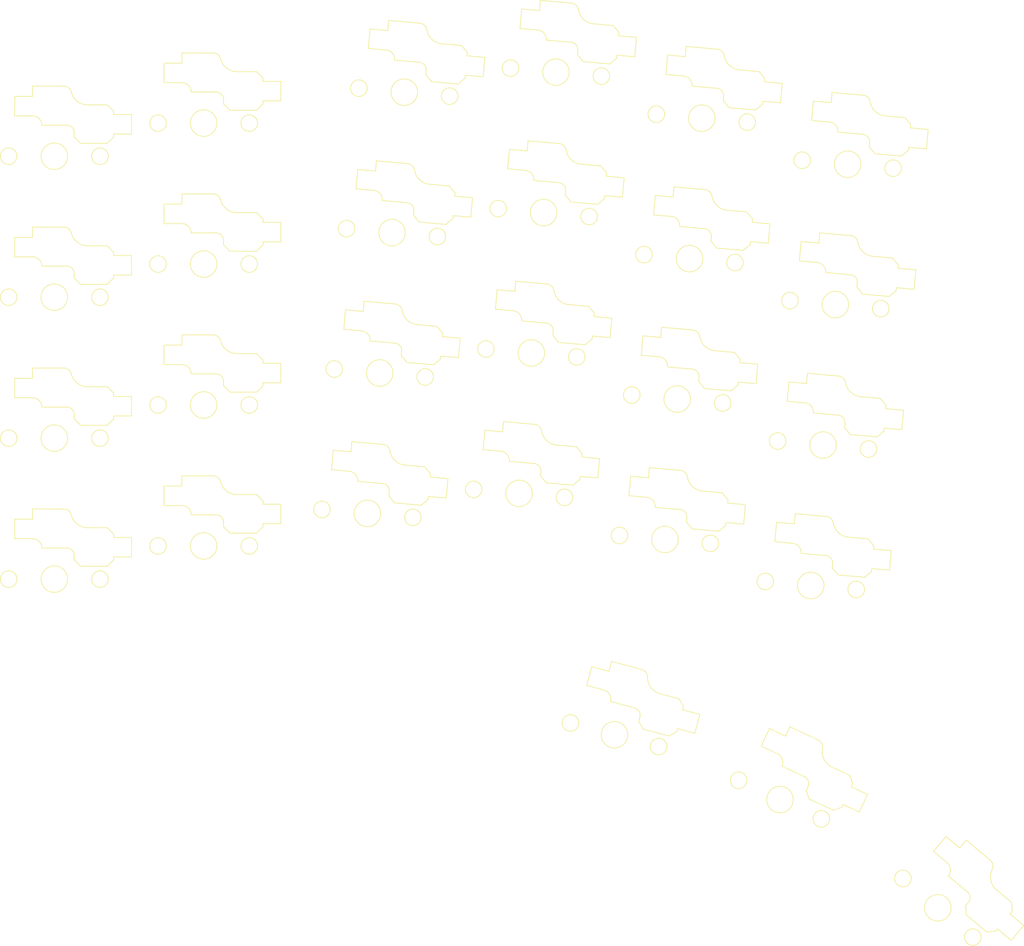
<source format=kicad_pcb>
(kicad_pcb (version 20171130) (host pcbnew 5.1.6)
  (title_block (title "hotswap_cutouts_left") (rev "v1.0.0") (company "Unknown"))
  (layers (0 F.Cu signal) (31 B.Cu signal) (34 B.Paste user) (35 F.Paste user) (36 B.SilkS user) (37 F.SilkS user) (38 B.Mask user) (39 F.Mask user) (44 Edge.Cuts user))
  (net 0 "")
  (footprint "kailh_choc_hotswap_socket" (layer "F.SilkS") (at 120 150 0))
  (footprint "kailh_choc_hotswap_socket" (layer "F.SilkS") (at 120 133 0))
  (footprint "kailh_choc_hotswap_socket" (layer "F.SilkS") (at 120 116 0))
  (footprint "kailh_choc_hotswap_socket" (layer "F.SilkS") (at 120 99 0))
  (footprint "kailh_choc_hotswap_socket" (layer "F.SilkS") (at 138 146 0))
  (footprint "kailh_choc_hotswap_socket" (layer "F.SilkS") (at 138 129 0))
  (footprint "kailh_choc_hotswap_socket" (layer "F.SilkS") (at 138 112 0))
  (footprint "kailh_choc_hotswap_socket" (layer "F.SilkS") (at 138 95 0))
  (footprint "kailh_choc_hotswap_socket" (layer "F.SilkS") (at 157.7431149 142.076106 -5))
  (footprint "kailh_choc_hotswap_socket" (layer "F.SilkS") (at 159.2247625 125.14079610000002 -5))
  (footprint "kailh_choc_hotswap_socket" (layer "F.SilkS") (at 160.7064101 108.20548620000002 -5))
  (footprint "kailh_choc_hotswap_socket" (layer "F.SilkS") (at 162.1880577 91.27017630000003 -5))
  (footprint "kailh_choc_hotswap_socket" (layer "F.SilkS") (at 176.02324240000002 139.6601306 -5))
  (footprint "kailh_choc_hotswap_socket" (layer "F.SilkS") (at 177.50489000000002 122.72482070000001 -5))
  (footprint "kailh_choc_hotswap_socket" (layer "F.SilkS") (at 178.98653760000002 105.78951080000002 -5))
  (footprint "kailh_choc_hotswap_socket" (layer "F.SilkS") (at 180.46818520000002 88.85420090000002 -5))
  (footprint "kailh_choc_hotswap_socket" (layer "F.SilkS") (at 193.606124 145.2137128 -5))
  (footprint "kailh_choc_hotswap_socket" (layer "F.SilkS") (at 195.0877716 128.2784029 -5))
  (footprint "kailh_choc_hotswap_socket" (layer "F.SilkS") (at 196.5694192 111.34309300000001 -5))
  (footprint "kailh_choc_hotswap_socket" (layer "F.SilkS") (at 198.0510668 94.40778310000002 -5))
  (footprint "kailh_choc_hotswap_socket" (layer "F.SilkS") (at 211.1890056 150.7672949 -5))
  (footprint "kailh_choc_hotswap_socket" (layer "F.SilkS") (at 212.6706532 133.831985 -5))
  (footprint "kailh_choc_hotswap_socket" (layer "F.SilkS") (at 214.1523008 116.89667510000001 -5))
  (footprint "kailh_choc_hotswap_socket" (layer "F.SilkS") (at 215.6339484 99.96136520000002 -5))
  (footprint "kailh_choc_hotswap_socket" (layer "F.SilkS") (at 187.5296074 168.7737625 -15))
  (footprint "kailh_choc_hotswap_socket" (layer "F.SilkS") (at 207.4768402 176.5904567 -25))
  (footprint "kailh_choc_hotswap_socket" (layer "F.SilkS") (at 226.5106071 189.64488450000002 -40))
)
</source>
